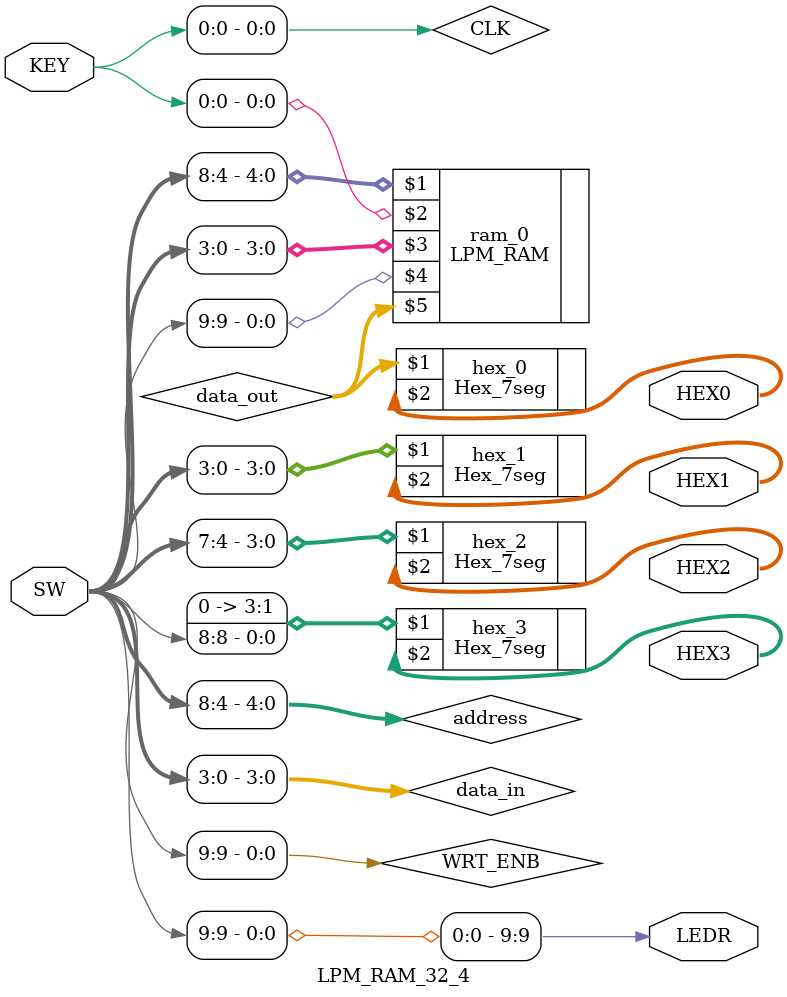
<source format=v>
module LPM_RAM_32_4 (SW, KEY, LEDR, HEX0, HEX1, HEX2, HEX3);
	
	input [9:0] SW;
	input [3:0] KEY;
	output[9:0] LEDR;
	output[6:0] HEX0, HEX1, HEX2, HEX3;
	
	wire WRT_ENB, CLK;
	wire [3:0] data_in, data_out;
	wire [4:0] address;
	
	assign CLK = KEY[0];
	assign WRT_ENB = SW[9];	
	assign data_in = SW[3:0];
	assign address = SW[8:4];
	
	assign LEDR[9] = WRT_ENB;
	
	Hex_7seg hex_0 (data_out, HEX0);
	Hex_7seg hex_1 (data_in, HEX1);
	Hex_7seg hex_2 (address[3:0], HEX2);
	Hex_7seg hex_3 ({3'b0, address[4]}, HEX3);

	LPM_RAM ram_0(address, CLK, data_in, WRT_ENB, data_out);
	
endmodule
	
</source>
